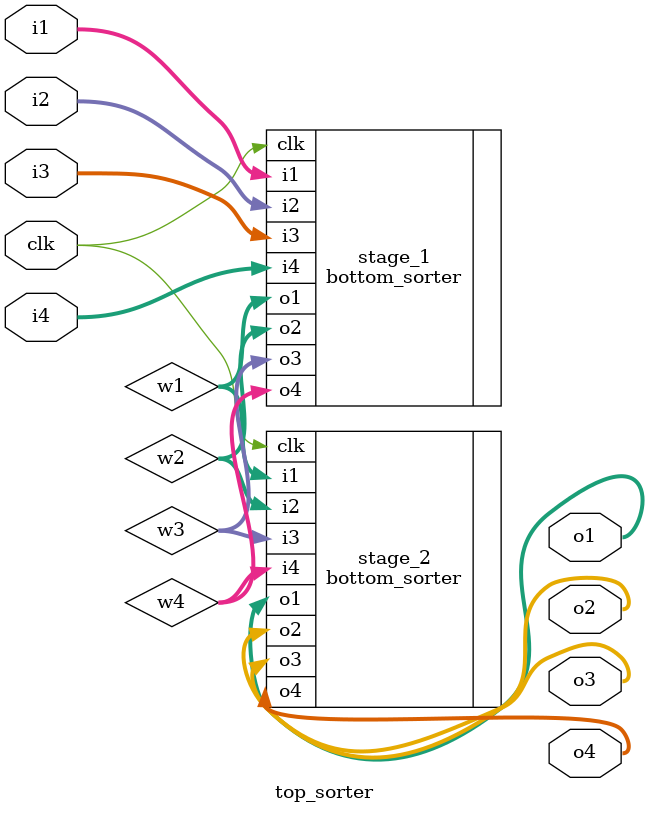
<source format=v>
`timescale 1ns / 1ps

module top_sorter	
	#(parameter N = 8)
	(
		input wire clk,
		input wire [N-1:0] i1, i2, i3, i4, 
		output wire [N-1:0] o1, o2, o3, o4
    );

	wire [N-1:0] w1, w2, w3, w4;
	
	bottom_sorter #(.N(N)) stage_1
	(
		.clk(clk),
		.i1(i1), .i2(i2), .i3(i3), .i4(i4),
		.o1(w1), .o2(w2), .o3(w3), .o4(w4)
    );
	 
	 bottom_sorter #(.N(N)) stage_2
	(
		.clk(clk),
		.i1(w1), .i2(w2), .i3(w3), .i4(w4), 
		.o1(o1), .o2(o2), .o3(o3), .o4(o4)
    );
	 
endmodule

</source>
